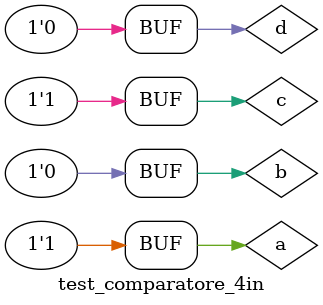
<source format=v>
`timescale 1ns / 1ps


module test_comparatore_4in;

	// Inputs
	reg a;
	reg b;
	reg c;
	reg d;

	// Outputs
	wire out;

	// Instantiate the Unit Under Test (UUT)
	comparatore_4in uut (
		.a(a), 
		.b(b), 
		.c(c), 
		.d(d), 
		.out(out)
	);

	initial begin
		// Initialize Inputs
		a = 0;
		b = 0;
		c = 0;
		d = 0;

		// Wait 100 ns for global reset to finish
		#100;
        
		// Add stimulus here
		
		a = 0;
		b = 0;
		c = 1;
		d = 0;
		#100;
		
		a = 1;
		b = 0;
		c = 0;
		d = 0;
		#100;
		
		a = 1;
		b = 0;
		c = 0;
		d = 1;
		#100;
		
		a = 1;
		b = 1;
		c = 0;
		d = 0;
		#100;
		
		a = 0;
		b = 0;
		c = 1;
		d = 1;
		#100;
		
		a = 1;
		b = 1;
		c = 1;
		d = 1;
		#100;
		
		a = 0;
		b = 0;
		c = 0;
		d = 0;
		#100;
		
		a = 1;
		b = 0;
		c = 1;
		d = 0;
		#100;
		

	end
      
endmodule


</source>
